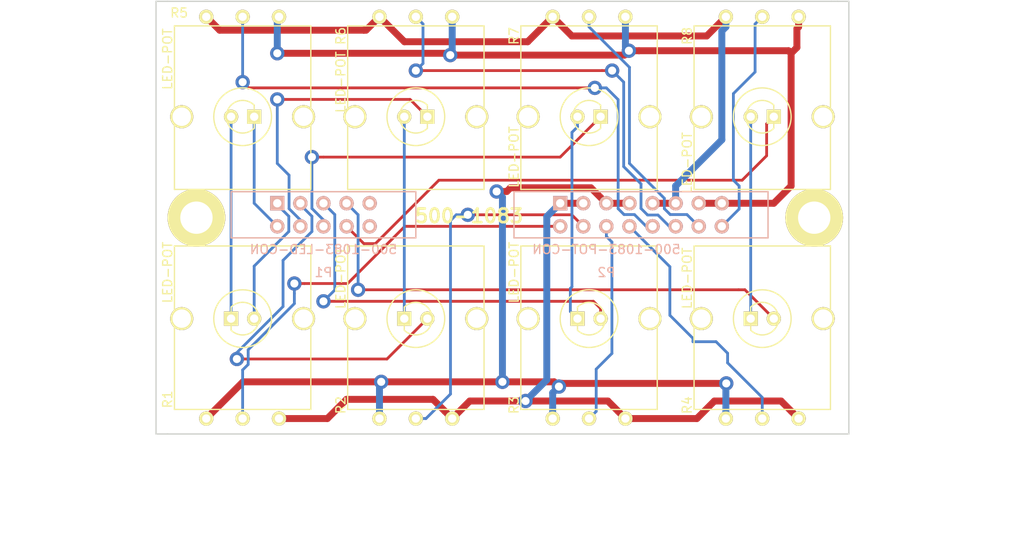
<source format=kicad_pcb>
(kicad_pcb (version 20171130) (host pcbnew "(5.0.0)")

  (general
    (thickness 1.6)
    (drawings 20)
    (tracks 227)
    (zones 0)
    (modules 12)
    (nets 27)
  )

  (page A4)
  (layers
    (0 F.Cu signal hide)
    (31 B.Cu signal hide)
    (32 B.Adhes user)
    (33 F.Adhes user)
    (34 B.Paste user)
    (35 F.Paste user)
    (36 B.SilkS user)
    (37 F.SilkS user)
    (38 B.Mask user)
    (39 F.Mask user)
    (40 Dwgs.User user)
    (41 Cmts.User user)
    (42 Eco1.User user)
    (43 Eco2.User user)
    (44 Edge.Cuts user)
    (45 Margin user)
    (46 B.CrtYd user)
    (47 F.CrtYd user)
    (48 B.Fab user)
    (49 F.Fab user)
  )

  (setup
    (last_trace_width 0.3048)
    (trace_clearance 0.3048)
    (zone_clearance 0.508)
    (zone_45_only no)
    (trace_min 0.2)
    (segment_width 0.2)
    (edge_width 0.15)
    (via_size 1.5748)
    (via_drill 0.889)
    (via_min_size 0.4)
    (via_min_drill 0.3)
    (uvia_size 0.3)
    (uvia_drill 0.1)
    (uvias_allowed no)
    (uvia_min_size 0.2)
    (uvia_min_drill 0.1)
    (pcb_text_width 0.3)
    (pcb_text_size 1.5 1.5)
    (mod_edge_width 0.15)
    (mod_text_size 1 1)
    (mod_text_width 0.15)
    (pad_size 1.5748 1.5748)
    (pad_drill 0.9144)
    (pad_to_mask_clearance 0.2)
    (aux_axis_origin 66.675 114.3)
    (visible_elements 7FFFEFFF)
    (pcbplotparams
      (layerselection 0x00030_80000001)
      (usegerberextensions false)
      (usegerberattributes false)
      (usegerberadvancedattributes false)
      (creategerberjobfile false)
      (excludeedgelayer true)
      (linewidth 0.100000)
      (plotframeref false)
      (viasonmask false)
      (mode 1)
      (useauxorigin false)
      (hpglpennumber 1)
      (hpglpenspeed 20)
      (hpglpendiameter 15.000000)
      (psnegative false)
      (psa4output false)
      (plotreference true)
      (plotvalue true)
      (plotinvisibletext false)
      (padsonsilk false)
      (subtractmaskfromsilk false)
      (outputformat 1)
      (mirror false)
      (drillshape 1)
      (scaleselection 1)
      (outputdirectory "Fab/"))
  )

  (net 0 "")
  (net 1 "Net-(P1-Pad1)")
  (net 2 "Net-(P1-Pad2)")
  (net 3 "Net-(P1-Pad3)")
  (net 4 "Net-(P1-Pad4)")
  (net 5 "Net-(P1-Pad5)")
  (net 6 "Net-(P1-Pad6)")
  (net 7 "Net-(P1-Pad7)")
  (net 8 "Net-(P1-Pad8)")
  (net 9 "Net-(P1-Pad9)")
  (net 10 "Net-(P1-Pad10)")
  (net 11 "Net-(P2-Pad2)")
  (net 12 "Net-(P2-Pad4)")
  (net 13 "Net-(P2-Pad6)")
  (net 14 "Net-(P2-Pad8)")
  (net 15 "Net-(P2-Pad10)")
  (net 16 "Net-(P2-Pad12)")
  (net 17 "Net-(P2-Pad14)")
  (net 18 "Net-(P2-Pad16)")
  (net 19 "Net-(R1-Pad4)")
  (net 20 "Net-(R2-Pad4)")
  (net 21 "Net-(R3-Pad4)")
  (net 22 "Net-(R4-Pad4)")
  (net 23 /LO1)
  (net 24 /HI1)
  (net 25 /L02)
  (net 26 /HI2)

  (net_class Default "This is the default net class."
    (clearance 0.3048)
    (trace_width 0.3048)
    (via_dia 1.5748)
    (via_drill 0.889)
    (uvia_dia 0.3)
    (uvia_drill 0.1)
    (add_net "Net-(P1-Pad1)")
    (add_net "Net-(P1-Pad10)")
    (add_net "Net-(P1-Pad2)")
    (add_net "Net-(P1-Pad3)")
    (add_net "Net-(P1-Pad4)")
    (add_net "Net-(P1-Pad5)")
    (add_net "Net-(P1-Pad6)")
    (add_net "Net-(P1-Pad7)")
    (add_net "Net-(P1-Pad8)")
    (add_net "Net-(P1-Pad9)")
    (add_net "Net-(P2-Pad10)")
    (add_net "Net-(P2-Pad12)")
    (add_net "Net-(P2-Pad14)")
    (add_net "Net-(P2-Pad16)")
    (add_net "Net-(P2-Pad2)")
    (add_net "Net-(P2-Pad4)")
    (add_net "Net-(P2-Pad6)")
    (add_net "Net-(P2-Pad8)")
    (add_net "Net-(R1-Pad4)")
    (add_net "Net-(R2-Pad4)")
    (add_net "Net-(R3-Pad4)")
    (add_net "Net-(R4-Pad4)")
  )

  (net_class Power ""
    (clearance 0.3048)
    (trace_width 0.762)
    (via_dia 1.5748)
    (via_drill 0.889)
    (uvia_dia 0.3)
    (uvia_drill 0.1)
    (add_net /HI1)
    (add_net /HI2)
    (add_net /L02)
    (add_net /LO1)
  )

  (module FootPrints:IDC5x2_Vert (layer B.Cu) (tedit 56F1A429) (tstamp 588FB9CA)
    (at 85.09 90.17 180)
    (path /587ACD70)
    (fp_text reference P1 (at 0 -6.35 180) (layer B.SilkS)
      (effects (font (size 1 1) (thickness 0.15)) (justify mirror))
    )
    (fp_text value 500-1083-LED-CON (at 0 -3.81 180) (layer B.SilkS)
      (effects (font (size 1 1) (thickness 0.15)) (justify mirror))
    )
    (fp_line (start 10.16 -2.54) (end -10.16 -2.54) (layer B.SilkS) (width 0.15))
    (fp_line (start 10.16 2.54) (end -10.16 2.54) (layer B.SilkS) (width 0.15))
    (fp_line (start -10.16 -2.54) (end -10.16 2.54) (layer B.SilkS) (width 0.15))
    (fp_line (start 10.16 2.54) (end 10.16 -2.54) (layer B.SilkS) (width 0.15))
    (pad 1 thru_hole rect (at 5.08 1.27 180) (size 1.5748 1.5748) (drill 0.9144) (layers *.Cu *.Mask B.SilkS)
      (net 1 "Net-(P1-Pad1)"))
    (pad 2 thru_hole circle (at 5.08 -1.27 180) (size 1.5748 1.5748) (drill 0.9144) (layers *.Cu *.Mask B.SilkS)
      (net 2 "Net-(P1-Pad2)"))
    (pad 3 thru_hole circle (at 2.54 1.27 180) (size 1.5748 1.5748) (drill 0.9144) (layers *.Cu *.Mask B.SilkS)
      (net 3 "Net-(P1-Pad3)"))
    (pad 4 thru_hole circle (at 2.54 -1.27 180) (size 1.5748 1.5748) (drill 0.9144) (layers *.Cu *.Mask B.SilkS)
      (net 4 "Net-(P1-Pad4)"))
    (pad 5 thru_hole circle (at 0 1.27 180) (size 1.5748 1.5748) (drill 0.9144) (layers *.Cu *.Mask B.SilkS)
      (net 5 "Net-(P1-Pad5)"))
    (pad 6 thru_hole circle (at 0 -1.27 180) (size 1.5748 1.5748) (drill 0.9144) (layers *.Cu *.Mask B.SilkS)
      (net 6 "Net-(P1-Pad6)"))
    (pad 7 thru_hole circle (at -2.54 1.27 180) (size 1.5748 1.5748) (drill 0.9144) (layers *.Cu *.Mask B.SilkS)
      (net 7 "Net-(P1-Pad7)"))
    (pad 8 thru_hole circle (at -2.54 -1.27 180) (size 1.5748 1.5748) (drill 0.9144) (layers *.Cu *.Mask B.SilkS)
      (net 8 "Net-(P1-Pad8)"))
    (pad 9 thru_hole circle (at -5.08 1.27 180) (size 1.5748 1.5748) (drill 0.9144) (layers *.Cu *.Mask B.SilkS)
      (net 9 "Net-(P1-Pad9)"))
    (pad 10 thru_hole circle (at -5.08 -1.27 180) (size 1.5748 1.5748) (drill 0.9144) (layers *.Cu *.Mask B.SilkS)
      (net 10 "Net-(P1-Pad10)"))
  )

  (module FootPrints:IDC8x2_Vert (layer B.Cu) (tedit 56F1A480) (tstamp 588FB9E3)
    (at 120.015 90.17 180)
    (path /589000B9)
    (fp_text reference P2 (at 3.81 -6.35 180) (layer B.SilkS)
      (effects (font (size 1 1) (thickness 0.15)) (justify mirror))
    )
    (fp_text value 500-1083-POT-CON (at 3.81 -3.81 180) (layer B.SilkS)
      (effects (font (size 1 1) (thickness 0.15)) (justify mirror))
    )
    (fp_line (start 10.16 -2.54) (end -13.97 -2.54) (layer B.SilkS) (width 0.15))
    (fp_line (start -13.97 -2.54) (end -13.97 2.54) (layer B.SilkS) (width 0.15))
    (fp_line (start -13.97 2.54) (end 13.97 2.54) (layer B.SilkS) (width 0.15))
    (fp_line (start 13.97 2.54) (end 13.97 -2.54) (layer B.SilkS) (width 0.15))
    (fp_line (start 13.97 -2.54) (end 10.16 -2.54) (layer B.SilkS) (width 0.15))
    (pad 1 thru_hole rect (at 8.89 1.27 180) (size 1.5748 1.5748) (drill 0.9144) (layers *.Cu *.Mask B.SilkS)
      (net 23 /LO1))
    (pad 2 thru_hole circle (at 8.89 -1.27 180) (size 1.5748 1.5748) (drill 0.9144) (layers *.Cu *.Mask B.SilkS)
      (net 11 "Net-(P2-Pad2)"))
    (pad 3 thru_hole circle (at 6.35 1.27 180) (size 1.5748 1.5748) (drill 0.9144) (layers *.Cu *.Mask B.SilkS)
      (net 23 /LO1))
    (pad 4 thru_hole circle (at 6.35 -1.27 180) (size 1.5748 1.5748) (drill 0.9144) (layers *.Cu *.Mask B.SilkS)
      (net 12 "Net-(P2-Pad4)"))
    (pad 5 thru_hole circle (at 3.81 1.27 180) (size 1.5748 1.5748) (drill 0.9144) (layers *.Cu *.Mask B.SilkS)
      (net 24 /HI1))
    (pad 6 thru_hole circle (at 3.81 -1.27 180) (size 1.5748 1.5748) (drill 0.9144) (layers *.Cu *.Mask B.SilkS)
      (net 13 "Net-(P2-Pad6)"))
    (pad 7 thru_hole circle (at 1.27 1.27 180) (size 1.5748 1.5748) (drill 0.9144) (layers *.Cu *.Mask B.SilkS)
      (net 24 /HI1))
    (pad 8 thru_hole circle (at 1.27 -1.27 180) (size 1.5748 1.5748) (drill 0.9144) (layers *.Cu *.Mask B.SilkS)
      (net 14 "Net-(P2-Pad8)"))
    (pad 9 thru_hole circle (at -1.27 1.27 180) (size 1.5748 1.5748) (drill 0.9144) (layers *.Cu *.Mask B.SilkS)
      (net 25 /L02))
    (pad 10 thru_hole circle (at -1.27 -1.27 180) (size 1.5748 1.5748) (drill 0.9144) (layers *.Cu *.Mask B.SilkS)
      (net 15 "Net-(P2-Pad10)"))
    (pad 11 thru_hole circle (at -3.81 1.27 180) (size 1.5748 1.5748) (drill 0.9144) (layers *.Cu *.Mask B.SilkS)
      (net 25 /L02))
    (pad 12 thru_hole circle (at -3.81 -1.27 180) (size 1.5748 1.5748) (drill 0.9144) (layers *.Cu *.Mask B.SilkS)
      (net 16 "Net-(P2-Pad12)"))
    (pad 13 thru_hole circle (at -6.35 1.27 180) (size 1.5748 1.5748) (drill 0.9144) (layers *.Cu *.Mask B.SilkS)
      (net 26 /HI2))
    (pad 14 thru_hole circle (at -6.35 -1.27 180) (size 1.5748 1.5748) (drill 0.9144) (layers *.Cu *.Mask B.SilkS)
      (net 17 "Net-(P2-Pad14)"))
    (pad 15 thru_hole circle (at -8.89 1.27 180) (size 1.5748 1.5748) (drill 0.9144) (layers *.Cu *.Mask B.SilkS)
      (net 26 /HI2))
    (pad 16 thru_hole circle (at -8.89 -1.27 180) (size 1.5748 1.5748) (drill 0.9144) (layers *.Cu *.Mask B.SilkS)
      (net 18 "Net-(P2-Pad16)"))
  )

  (module FootPrints:Alpha14mmPotWithLED (layer F.Cu) (tedit 58A2805E) (tstamp 588FB9F7)
    (at 76.2 101.6)
    (path /587AC3B5)
    (fp_text reference R1 (at -8.255 8.89 90) (layer F.SilkS)
      (effects (font (size 1 1) (thickness 0.15)))
    )
    (fp_text value LED-POT (at -8.255 -5.08 90) (layer F.SilkS)
      (effects (font (size 1 1) (thickness 0.15)))
    )
    (fp_arc (start 0 0) (end 1.27 1.27) (angle 90) (layer F.SilkS) (width 0.15))
    (fp_arc (start 0 0) (end 1.27 -1.27) (angle 90) (layer F.SilkS) (width 0.15))
    (fp_arc (start 0 0) (end -1.27 -1.27) (angle 90) (layer F.SilkS) (width 0.15))
    (fp_line (start -1.27 -1.27) (end -1.27 1.27) (layer F.SilkS) (width 0.15))
    (fp_circle (center 0 0) (end 3.175 0) (layer F.SilkS) (width 0.15))
    (fp_line (start -7.5 10) (end 7.5 10) (layer F.SilkS) (width 0.15))
    (fp_line (start 7.5 10) (end 7.5 -8) (layer F.SilkS) (width 0.15))
    (fp_line (start 7.5 -8) (end -7.5 -8) (layer F.SilkS) (width 0.15))
    (fp_line (start -7.5 -8) (end -7.5 10) (layer F.SilkS) (width 0.15))
    (pad "" thru_hole circle (at -6.7 0) (size 2.54 2.54) (drill 2.032) (layers *.Cu *.Mask F.SilkS))
    (pad "" thru_hole circle (at 6.7 0) (size 2.54 2.54) (drill 2.032) (layers *.Cu *.Mask F.SilkS))
    (pad 4 thru_hole rect (at -1.27 0) (size 1.5748 1.5748) (drill 0.9144) (layers *.Cu *.Mask F.SilkS)
      (net 19 "Net-(R1-Pad4)"))
    (pad 5 thru_hole circle (at 1.27 0) (size 1.5748 1.5748) (drill 0.9144) (layers *.Cu *.Mask F.SilkS)
      (net 1 "Net-(P1-Pad1)"))
    (pad 2 thru_hole circle (at 0 11) (size 1.5748 1.5748) (drill 0.9144) (layers *.Cu *.Mask F.SilkS)
      (net 11 "Net-(P2-Pad2)"))
    (pad 3 thru_hole circle (at 4 11) (size 1.5748 1.5748) (drill 0.9144) (layers *.Cu *.Mask F.SilkS)
      (net 23 /LO1))
    (pad 1 thru_hole circle (at -4 11) (size 1.5748 1.5748) (drill 0.9144) (layers *.Cu *.Mask F.SilkS)
      (net 24 /HI1))
  )

  (module FootPrints:Alpha14mmPotWithLED (layer F.Cu) (tedit 58A2806F) (tstamp 588FBA0B)
    (at 95.25 101.6)
    (path /587AC402)
    (fp_text reference R2 (at -8.255 9.525 90) (layer F.SilkS)
      (effects (font (size 1 1) (thickness 0.15)))
    )
    (fp_text value LED-POT (at -8.255 -4.445 90) (layer F.SilkS)
      (effects (font (size 1 1) (thickness 0.15)))
    )
    (fp_arc (start 0 0) (end 1.27 1.27) (angle 90) (layer F.SilkS) (width 0.15))
    (fp_arc (start 0 0) (end 1.27 -1.27) (angle 90) (layer F.SilkS) (width 0.15))
    (fp_arc (start 0 0) (end -1.27 -1.27) (angle 90) (layer F.SilkS) (width 0.15))
    (fp_line (start -1.27 -1.27) (end -1.27 1.27) (layer F.SilkS) (width 0.15))
    (fp_circle (center 0 0) (end 3.175 0) (layer F.SilkS) (width 0.15))
    (fp_line (start -7.5 10) (end 7.5 10) (layer F.SilkS) (width 0.15))
    (fp_line (start 7.5 10) (end 7.5 -8) (layer F.SilkS) (width 0.15))
    (fp_line (start 7.5 -8) (end -7.5 -8) (layer F.SilkS) (width 0.15))
    (fp_line (start -7.5 -8) (end -7.5 10) (layer F.SilkS) (width 0.15))
    (pad "" thru_hole circle (at -6.7 0) (size 2.54 2.54) (drill 2.032) (layers *.Cu *.Mask F.SilkS))
    (pad "" thru_hole circle (at 6.7 0) (size 2.54 2.54) (drill 2.032) (layers *.Cu *.Mask F.SilkS))
    (pad 4 thru_hole rect (at -1.27 0) (size 1.5748 1.5748) (drill 0.9144) (layers *.Cu *.Mask F.SilkS)
      (net 20 "Net-(R2-Pad4)"))
    (pad 5 thru_hole circle (at 1.27 0) (size 1.5748 1.5748) (drill 0.9144) (layers *.Cu *.Mask F.SilkS)
      (net 3 "Net-(P1-Pad3)"))
    (pad 2 thru_hole circle (at 0 11) (size 1.5748 1.5748) (drill 0.9144) (layers *.Cu *.Mask F.SilkS)
      (net 12 "Net-(P2-Pad4)"))
    (pad 3 thru_hole circle (at 4 11) (size 1.5748 1.5748) (drill 0.9144) (layers *.Cu *.Mask F.SilkS)
      (net 23 /LO1))
    (pad 1 thru_hole circle (at -4 11) (size 1.5748 1.5748) (drill 0.9144) (layers *.Cu *.Mask F.SilkS)
      (net 24 /HI1))
  )

  (module FootPrints:Alpha14mmPotWithLED (layer F.Cu) (tedit 58A28085) (tstamp 588FBA1F)
    (at 114.3 101.6)
    (path /587AC434)
    (fp_text reference R3 (at -8.255 9.525 90) (layer F.SilkS)
      (effects (font (size 1 1) (thickness 0.15)))
    )
    (fp_text value LED-POT (at -8.255 -5.08 90) (layer F.SilkS)
      (effects (font (size 1 1) (thickness 0.15)))
    )
    (fp_arc (start 0 0) (end 1.27 1.27) (angle 90) (layer F.SilkS) (width 0.15))
    (fp_arc (start 0 0) (end 1.27 -1.27) (angle 90) (layer F.SilkS) (width 0.15))
    (fp_arc (start 0 0) (end -1.27 -1.27) (angle 90) (layer F.SilkS) (width 0.15))
    (fp_line (start -1.27 -1.27) (end -1.27 1.27) (layer F.SilkS) (width 0.15))
    (fp_circle (center 0 0) (end 3.175 0) (layer F.SilkS) (width 0.15))
    (fp_line (start -7.5 10) (end 7.5 10) (layer F.SilkS) (width 0.15))
    (fp_line (start 7.5 10) (end 7.5 -8) (layer F.SilkS) (width 0.15))
    (fp_line (start 7.5 -8) (end -7.5 -8) (layer F.SilkS) (width 0.15))
    (fp_line (start -7.5 -8) (end -7.5 10) (layer F.SilkS) (width 0.15))
    (pad "" thru_hole circle (at -6.7 0) (size 2.54 2.54) (drill 2.032) (layers *.Cu *.Mask F.SilkS))
    (pad "" thru_hole circle (at 6.7 0) (size 2.54 2.54) (drill 2.032) (layers *.Cu *.Mask F.SilkS))
    (pad 4 thru_hole rect (at -1.27 0) (size 1.5748 1.5748) (drill 0.9144) (layers *.Cu *.Mask F.SilkS)
      (net 21 "Net-(R3-Pad4)"))
    (pad 5 thru_hole circle (at 1.27 0) (size 1.5748 1.5748) (drill 0.9144) (layers *.Cu *.Mask F.SilkS)
      (net 5 "Net-(P1-Pad5)"))
    (pad 2 thru_hole circle (at 0 11) (size 1.5748 1.5748) (drill 0.9144) (layers *.Cu *.Mask F.SilkS)
      (net 13 "Net-(P2-Pad6)"))
    (pad 3 thru_hole circle (at 4 11) (size 1.5748 1.5748) (drill 0.9144) (layers *.Cu *.Mask F.SilkS)
      (net 23 /LO1))
    (pad 1 thru_hole circle (at -4 11) (size 1.5748 1.5748) (drill 0.9144) (layers *.Cu *.Mask F.SilkS)
      (net 24 /HI1))
  )

  (module FootPrints:Alpha14mmPotWithLED (layer F.Cu) (tedit 58A28093) (tstamp 588FBA33)
    (at 133.35 101.6)
    (path /587AC471)
    (fp_text reference R4 (at -8.255 9.525 90) (layer F.SilkS)
      (effects (font (size 1 1) (thickness 0.15)))
    )
    (fp_text value LED-POT (at -8.255 -4.445 90) (layer F.SilkS)
      (effects (font (size 1 1) (thickness 0.15)))
    )
    (fp_arc (start 0 0) (end 1.27 1.27) (angle 90) (layer F.SilkS) (width 0.15))
    (fp_arc (start 0 0) (end 1.27 -1.27) (angle 90) (layer F.SilkS) (width 0.15))
    (fp_arc (start 0 0) (end -1.27 -1.27) (angle 90) (layer F.SilkS) (width 0.15))
    (fp_line (start -1.27 -1.27) (end -1.27 1.27) (layer F.SilkS) (width 0.15))
    (fp_circle (center 0 0) (end 3.175 0) (layer F.SilkS) (width 0.15))
    (fp_line (start -7.5 10) (end 7.5 10) (layer F.SilkS) (width 0.15))
    (fp_line (start 7.5 10) (end 7.5 -8) (layer F.SilkS) (width 0.15))
    (fp_line (start 7.5 -8) (end -7.5 -8) (layer F.SilkS) (width 0.15))
    (fp_line (start -7.5 -8) (end -7.5 10) (layer F.SilkS) (width 0.15))
    (pad "" thru_hole circle (at -6.7 0) (size 2.54 2.54) (drill 2.032) (layers *.Cu *.Mask F.SilkS))
    (pad "" thru_hole circle (at 6.7 0) (size 2.54 2.54) (drill 2.032) (layers *.Cu *.Mask F.SilkS))
    (pad 4 thru_hole rect (at -1.27 0) (size 1.5748 1.5748) (drill 0.9144) (layers *.Cu *.Mask F.SilkS)
      (net 22 "Net-(R4-Pad4)"))
    (pad 5 thru_hole circle (at 1.27 0) (size 1.5748 1.5748) (drill 0.9144) (layers *.Cu *.Mask F.SilkS)
      (net 7 "Net-(P1-Pad7)"))
    (pad 2 thru_hole circle (at 0 11) (size 1.5748 1.5748) (drill 0.9144) (layers *.Cu *.Mask F.SilkS)
      (net 14 "Net-(P2-Pad8)"))
    (pad 3 thru_hole circle (at 4 11) (size 1.5748 1.5748) (drill 0.9144) (layers *.Cu *.Mask F.SilkS)
      (net 23 /LO1))
    (pad 1 thru_hole circle (at -4 11) (size 1.5748 1.5748) (drill 0.9144) (layers *.Cu *.Mask F.SilkS)
      (net 24 /HI1))
  )

  (module FootPrints:Alpha14mmPotWithLED (layer F.Cu) (tedit 58A2804B) (tstamp 588FF279)
    (at 76.2 79.375 180)
    (path /588FB851)
    (fp_text reference R5 (at 6.985 11.43 180) (layer F.SilkS)
      (effects (font (size 1 1) (thickness 0.15)))
    )
    (fp_text value LED-POT (at 8.255 6.35 270) (layer F.SilkS)
      (effects (font (size 1 1) (thickness 0.15)))
    )
    (fp_arc (start 0 0) (end 1.27 1.27) (angle 90) (layer F.SilkS) (width 0.15))
    (fp_arc (start 0 0) (end 1.27 -1.27) (angle 90) (layer F.SilkS) (width 0.15))
    (fp_arc (start 0 0) (end -1.27 -1.27) (angle 90) (layer F.SilkS) (width 0.15))
    (fp_line (start -1.27 -1.27) (end -1.27 1.27) (layer F.SilkS) (width 0.15))
    (fp_circle (center 0 0) (end 3.175 0) (layer F.SilkS) (width 0.15))
    (fp_line (start -7.5 10) (end 7.5 10) (layer F.SilkS) (width 0.15))
    (fp_line (start 7.5 10) (end 7.5 -8) (layer F.SilkS) (width 0.15))
    (fp_line (start 7.5 -8) (end -7.5 -8) (layer F.SilkS) (width 0.15))
    (fp_line (start -7.5 -8) (end -7.5 10) (layer F.SilkS) (width 0.15))
    (pad "" thru_hole circle (at -6.7 0 180) (size 2.54 2.54) (drill 2.032) (layers *.Cu *.Mask F.SilkS))
    (pad "" thru_hole circle (at 6.7 0 180) (size 2.54 2.54) (drill 2.032) (layers *.Cu *.Mask F.SilkS))
    (pad 4 thru_hole rect (at -1.27 0 180) (size 1.5748 1.5748) (drill 0.9144) (layers *.Cu *.Mask F.SilkS)
      (net 2 "Net-(P1-Pad2)"))
    (pad 5 thru_hole circle (at 1.27 0 180) (size 1.5748 1.5748) (drill 0.9144) (layers *.Cu *.Mask F.SilkS)
      (net 19 "Net-(R1-Pad4)"))
    (pad 2 thru_hole circle (at 0 11 180) (size 1.5748 1.5748) (drill 0.9144) (layers *.Cu *.Mask F.SilkS)
      (net 15 "Net-(P2-Pad10)"))
    (pad 3 thru_hole circle (at 4 11 180) (size 1.5748 1.5748) (drill 0.9144) (layers *.Cu *.Mask F.SilkS)
      (net 25 /L02))
    (pad 1 thru_hole circle (at -4 11 180) (size 1.5748 1.5748) (drill 0.9144) (layers *.Cu *.Mask F.SilkS)
      (net 26 /HI2))
  )

  (module FootPrints:Alpha14mmPotWithLED (layer F.Cu) (tedit 58A28036) (tstamp 588FF28D)
    (at 95.25 79.375 180)
    (path /588FB857)
    (fp_text reference R6 (at 8.255 8.89 270) (layer F.SilkS)
      (effects (font (size 1 1) (thickness 0.15)))
    )
    (fp_text value LED-POT (at 8.255 3.81 270) (layer F.SilkS)
      (effects (font (size 1 1) (thickness 0.15)))
    )
    (fp_arc (start 0 0) (end 1.27 1.27) (angle 90) (layer F.SilkS) (width 0.15))
    (fp_arc (start 0 0) (end 1.27 -1.27) (angle 90) (layer F.SilkS) (width 0.15))
    (fp_arc (start 0 0) (end -1.27 -1.27) (angle 90) (layer F.SilkS) (width 0.15))
    (fp_line (start -1.27 -1.27) (end -1.27 1.27) (layer F.SilkS) (width 0.15))
    (fp_circle (center 0 0) (end 3.175 0) (layer F.SilkS) (width 0.15))
    (fp_line (start -7.5 10) (end 7.5 10) (layer F.SilkS) (width 0.15))
    (fp_line (start 7.5 10) (end 7.5 -8) (layer F.SilkS) (width 0.15))
    (fp_line (start 7.5 -8) (end -7.5 -8) (layer F.SilkS) (width 0.15))
    (fp_line (start -7.5 -8) (end -7.5 10) (layer F.SilkS) (width 0.15))
    (pad "" thru_hole circle (at -6.7 0 180) (size 2.54 2.54) (drill 2.032) (layers *.Cu *.Mask F.SilkS))
    (pad "" thru_hole circle (at 6.7 0 180) (size 2.54 2.54) (drill 2.032) (layers *.Cu *.Mask F.SilkS))
    (pad 4 thru_hole rect (at -1.27 0 180) (size 1.5748 1.5748) (drill 0.9144) (layers *.Cu *.Mask F.SilkS)
      (net 4 "Net-(P1-Pad4)"))
    (pad 5 thru_hole circle (at 1.27 0 180) (size 1.5748 1.5748) (drill 0.9144) (layers *.Cu *.Mask F.SilkS)
      (net 20 "Net-(R2-Pad4)"))
    (pad 2 thru_hole circle (at 0 11 180) (size 1.5748 1.5748) (drill 0.9144) (layers *.Cu *.Mask F.SilkS)
      (net 16 "Net-(P2-Pad12)"))
    (pad 3 thru_hole circle (at 4 11 180) (size 1.5748 1.5748) (drill 0.9144) (layers *.Cu *.Mask F.SilkS)
      (net 25 /L02))
    (pad 1 thru_hole circle (at -4 11 180) (size 1.5748 1.5748) (drill 0.9144) (layers *.Cu *.Mask F.SilkS)
      (net 26 /HI2))
  )

  (module FootPrints:Alpha14mmPotWithLED (layer F.Cu) (tedit 58A2801F) (tstamp 588FF2A1)
    (at 114.3 79.375 180)
    (path /588FB85D)
    (fp_text reference R7 (at 8.255 8.89 270) (layer F.SilkS)
      (effects (font (size 1 1) (thickness 0.15)))
    )
    (fp_text value LED-POT (at 8.255 -4.445 270) (layer F.SilkS)
      (effects (font (size 1 1) (thickness 0.15)))
    )
    (fp_arc (start 0 0) (end 1.27 1.27) (angle 90) (layer F.SilkS) (width 0.15))
    (fp_arc (start 0 0) (end 1.27 -1.27) (angle 90) (layer F.SilkS) (width 0.15))
    (fp_arc (start 0 0) (end -1.27 -1.27) (angle 90) (layer F.SilkS) (width 0.15))
    (fp_line (start -1.27 -1.27) (end -1.27 1.27) (layer F.SilkS) (width 0.15))
    (fp_circle (center 0 0) (end 3.175 0) (layer F.SilkS) (width 0.15))
    (fp_line (start -7.5 10) (end 7.5 10) (layer F.SilkS) (width 0.15))
    (fp_line (start 7.5 10) (end 7.5 -8) (layer F.SilkS) (width 0.15))
    (fp_line (start 7.5 -8) (end -7.5 -8) (layer F.SilkS) (width 0.15))
    (fp_line (start -7.5 -8) (end -7.5 10) (layer F.SilkS) (width 0.15))
    (pad "" thru_hole circle (at -6.7 0 180) (size 2.54 2.54) (drill 2.032) (layers *.Cu *.Mask F.SilkS))
    (pad "" thru_hole circle (at 6.7 0 180) (size 2.54 2.54) (drill 2.032) (layers *.Cu *.Mask F.SilkS))
    (pad 4 thru_hole rect (at -1.27 0 180) (size 1.5748 1.5748) (drill 0.9144) (layers *.Cu *.Mask F.SilkS)
      (net 6 "Net-(P1-Pad6)"))
    (pad 5 thru_hole circle (at 1.27 0 180) (size 1.5748 1.5748) (drill 0.9144) (layers *.Cu *.Mask F.SilkS)
      (net 21 "Net-(R3-Pad4)"))
    (pad 2 thru_hole circle (at 0 11 180) (size 1.5748 1.5748) (drill 0.9144) (layers *.Cu *.Mask F.SilkS)
      (net 17 "Net-(P2-Pad14)"))
    (pad 3 thru_hole circle (at 4 11 180) (size 1.5748 1.5748) (drill 0.9144) (layers *.Cu *.Mask F.SilkS)
      (net 25 /L02))
    (pad 1 thru_hole circle (at -4 11 180) (size 1.5748 1.5748) (drill 0.9144) (layers *.Cu *.Mask F.SilkS)
      (net 26 /HI2))
  )

  (module FootPrints:Alpha14mmPotWithLED (layer F.Cu) (tedit 58A28009) (tstamp 588FF2B5)
    (at 133.35 79.375 180)
    (path /588FB863)
    (fp_text reference R8 (at 8.255 8.89 270) (layer F.SilkS)
      (effects (font (size 1 1) (thickness 0.15)))
    )
    (fp_text value LED-POT (at 8.255 -5.08 270) (layer F.SilkS)
      (effects (font (size 1 1) (thickness 0.15)))
    )
    (fp_arc (start 0 0) (end 1.27 1.27) (angle 90) (layer F.SilkS) (width 0.15))
    (fp_arc (start 0 0) (end 1.27 -1.27) (angle 90) (layer F.SilkS) (width 0.15))
    (fp_arc (start 0 0) (end -1.27 -1.27) (angle 90) (layer F.SilkS) (width 0.15))
    (fp_line (start -1.27 -1.27) (end -1.27 1.27) (layer F.SilkS) (width 0.15))
    (fp_circle (center 0 0) (end 3.175 0) (layer F.SilkS) (width 0.15))
    (fp_line (start -7.5 10) (end 7.5 10) (layer F.SilkS) (width 0.15))
    (fp_line (start 7.5 10) (end 7.5 -8) (layer F.SilkS) (width 0.15))
    (fp_line (start 7.5 -8) (end -7.5 -8) (layer F.SilkS) (width 0.15))
    (fp_line (start -7.5 -8) (end -7.5 10) (layer F.SilkS) (width 0.15))
    (pad "" thru_hole circle (at -6.7 0 180) (size 2.54 2.54) (drill 2.032) (layers *.Cu *.Mask F.SilkS))
    (pad "" thru_hole circle (at 6.7 0 180) (size 2.54 2.54) (drill 2.032) (layers *.Cu *.Mask F.SilkS))
    (pad 4 thru_hole rect (at -1.27 0 180) (size 1.5748 1.5748) (drill 0.9144) (layers *.Cu *.Mask F.SilkS)
      (net 8 "Net-(P1-Pad8)"))
    (pad 5 thru_hole circle (at 1.27 0 180) (size 1.5748 1.5748) (drill 0.9144) (layers *.Cu *.Mask F.SilkS)
      (net 22 "Net-(R4-Pad4)"))
    (pad 2 thru_hole circle (at 0 11 180) (size 1.5748 1.5748) (drill 0.9144) (layers *.Cu *.Mask F.SilkS)
      (net 18 "Net-(P2-Pad16)"))
    (pad 3 thru_hole circle (at 4 11 180) (size 1.5748 1.5748) (drill 0.9144) (layers *.Cu *.Mask F.SilkS)
      (net 25 /L02))
    (pad 1 thru_hole circle (at -4 11 180) (size 1.5748 1.5748) (drill 0.9144) (layers *.Cu *.Mask F.SilkS)
      (net 26 /HI2))
  )

  (module FootPrints:MountingHole_140 (layer F.Cu) (tedit 5890059C) (tstamp 588FFE5D)
    (at 71.12 90.805)
    (path /58901999)
    (fp_text reference P3 (at 3.81 3.81) (layer F.SilkS) hide
      (effects (font (size 1 1) (thickness 0.15)))
    )
    (fp_text value PAD (at 0 5.08) (layer F.SilkS) hide
      (effects (font (size 1 1) (thickness 0.15)))
    )
    (pad "" thru_hole circle (at 0 -0.3175) (size 6.35 6.35) (drill 3.556) (layers *.Cu *.Mask F.SilkS))
  )

  (module FootPrints:MountingHole_140 (layer F.Cu) (tedit 588FFC82) (tstamp 588FFE62)
    (at 139.065 90.17)
    (path /58901CB3)
    (fp_text reference P4 (at 3.81 3.81) (layer F.SilkS) hide
      (effects (font (size 1 1) (thickness 0.15)))
    )
    (fp_text value PAD (at 0 5.08) (layer F.SilkS) hide
      (effects (font (size 1 1) (thickness 0.15)))
    )
    (pad "" thru_hole circle (at 0 0.3175) (size 6.35 6.35) (drill 3.556) (layers *.Cu *.Mask F.SilkS))
  )

  (gr_text 500-1083 (at 101.092 90.297) (layer F.SilkS)
    (effects (font (size 1.5 1.5) (thickness 0.3)))
  )
  (dimension 23.495 (width 0.3) (layer F.Fab)
    (gr_text "0.9375 in" (at 60.245 102.5525 270) (layer F.Fab)
      (effects (font (size 1.5 1.5) (thickness 0.3)))
    )
    (feature1 (pts (xy 64.135 114.3) (xy 58.895 114.3)))
    (feature2 (pts (xy 64.135 90.805) (xy 58.895 90.805)))
    (crossbar (pts (xy 61.595 90.805) (xy 61.595 114.3)))
    (arrow1a (pts (xy 61.595 114.3) (xy 61.008579 113.173496)))
    (arrow1b (pts (xy 61.595 114.3) (xy 62.181421 113.173496)))
    (arrow2a (pts (xy 61.595 90.805) (xy 61.008579 91.931504)))
    (arrow2b (pts (xy 61.595 90.805) (xy 62.181421 91.931504)))
  )
  (dimension 47.625 (width 0.3) (layer F.Fab)
    (gr_text "1.8750 in" (at 55.8 90.4875 270) (layer F.Fab)
      (effects (font (size 1.5 1.5) (thickness 0.3)))
    )
    (feature1 (pts (xy 66.04 114.3) (xy 54.45 114.3)))
    (feature2 (pts (xy 66.04 66.675) (xy 54.45 66.675)))
    (crossbar (pts (xy 57.15 66.675) (xy 57.15 114.3)))
    (arrow1a (pts (xy 57.15 114.3) (xy 56.563579 113.173496)))
    (arrow1b (pts (xy 57.15 114.3) (xy 57.736421 113.173496)))
    (arrow2a (pts (xy 57.15 66.675) (xy 56.563579 67.801504)))
    (arrow2b (pts (xy 57.15 66.675) (xy 57.736421 67.801504)))
  )
  (dimension 76.2 (width 0.3) (layer F.Fab)
    (gr_text "3.0000 in" (at 104.775 127.715) (layer F.Fab)
      (effects (font (size 1.5 1.5) (thickness 0.3)))
    )
    (feature1 (pts (xy 142.875 115.57) (xy 142.875 129.065)))
    (feature2 (pts (xy 66.675 115.57) (xy 66.675 129.065)))
    (crossbar (pts (xy 66.675 126.365) (xy 142.875 126.365)))
    (arrow1a (pts (xy 142.875 126.365) (xy 141.748496 126.951421)))
    (arrow1b (pts (xy 142.875 126.365) (xy 141.748496 125.778579)))
    (arrow2a (pts (xy 66.675 126.365) (xy 67.801504 126.951421)))
    (arrow2b (pts (xy 66.675 126.365) (xy 67.801504 125.778579)))
  )
  (dimension 9.525 (width 0.3) (layer F.Fab)
    (gr_text "0.3750 in" (at 138.1125 120.73) (layer F.Fab)
      (effects (font (size 1.5 1.5) (thickness 0.3)))
    )
    (feature1 (pts (xy 142.875 115.57) (xy 142.875 122.08)))
    (feature2 (pts (xy 133.35 115.57) (xy 133.35 122.08)))
    (crossbar (pts (xy 133.35 119.38) (xy 142.875 119.38)))
    (arrow1a (pts (xy 142.875 119.38) (xy 141.748496 119.966421)))
    (arrow1b (pts (xy 142.875 119.38) (xy 141.748496 118.793579)))
    (arrow2a (pts (xy 133.35 119.38) (xy 134.476504 119.966421)))
    (arrow2b (pts (xy 133.35 119.38) (xy 134.476504 118.793579)))
  )
  (dimension 19.05 (width 0.3) (layer F.Fab)
    (gr_text "0.7500 in" (at 123.825 120.73) (layer F.Fab)
      (effects (font (size 1.5 1.5) (thickness 0.3)))
    )
    (feature1 (pts (xy 133.35 115.57) (xy 133.35 122.08)))
    (feature2 (pts (xy 114.3 115.57) (xy 114.3 122.08)))
    (crossbar (pts (xy 114.3 119.38) (xy 133.35 119.38)))
    (arrow1a (pts (xy 133.35 119.38) (xy 132.223496 119.966421)))
    (arrow1b (pts (xy 133.35 119.38) (xy 132.223496 118.793579)))
    (arrow2a (pts (xy 114.3 119.38) (xy 115.426504 119.966421)))
    (arrow2b (pts (xy 114.3 119.38) (xy 115.426504 118.793579)))
  )
  (dimension 19.05 (width 0.3) (layer F.Fab)
    (gr_text "0.7500 in" (at 104.775 120.73) (layer F.Fab)
      (effects (font (size 1.5 1.5) (thickness 0.3)))
    )
    (feature1 (pts (xy 114.3 115.57) (xy 114.3 122.08)))
    (feature2 (pts (xy 95.25 115.57) (xy 95.25 122.08)))
    (crossbar (pts (xy 95.25 119.38) (xy 114.3 119.38)))
    (arrow1a (pts (xy 114.3 119.38) (xy 113.173496 119.966421)))
    (arrow1b (pts (xy 114.3 119.38) (xy 113.173496 118.793579)))
    (arrow2a (pts (xy 95.25 119.38) (xy 96.376504 119.966421)))
    (arrow2b (pts (xy 95.25 119.38) (xy 96.376504 118.793579)))
  )
  (dimension 9.525 (width 0.3) (layer F.Fab)
    (gr_text "0.3750 in" (at 71.4375 120.73) (layer F.Fab)
      (effects (font (size 1.5 1.5) (thickness 0.3)))
    )
    (feature1 (pts (xy 76.2 115.57) (xy 76.2 122.08)))
    (feature2 (pts (xy 66.675 115.57) (xy 66.675 122.08)))
    (crossbar (pts (xy 66.675 119.38) (xy 76.2 119.38)))
    (arrow1a (pts (xy 76.2 119.38) (xy 75.073496 119.966421)))
    (arrow1b (pts (xy 76.2 119.38) (xy 75.073496 118.793579)))
    (arrow2a (pts (xy 66.675 119.38) (xy 67.801504 119.966421)))
    (arrow2b (pts (xy 66.675 119.38) (xy 67.801504 118.793579)))
  )
  (gr_line (start 66.675 66.675) (end 67.945 66.675) (angle 90) (layer Edge.Cuts) (width 0.15))
  (gr_line (start 66.675 114.3) (end 67.945 114.3) (angle 90) (layer Edge.Cuts) (width 0.15))
  (gr_line (start 142.875 114.3) (end 67.945 114.3) (angle 90) (layer Edge.Cuts) (width 0.15))
  (gr_line (start 142.875 114.3) (end 142.875 66.675) (angle 90) (layer Edge.Cuts) (width 0.15))
  (gr_line (start 66.675 66.675) (end 66.675 114.3) (angle 90) (layer Edge.Cuts) (width 0.15))
  (dimension 19.05 (width 0.3) (layer F.Fab)
    (gr_text "0.7500 in" (at 85.725 120.73) (layer F.Fab)
      (effects (font (size 1.5 1.5) (thickness 0.3)))
    )
    (feature1 (pts (xy 95.25 115.57) (xy 95.25 122.08)))
    (feature2 (pts (xy 76.2 115.57) (xy 76.2 122.08)))
    (crossbar (pts (xy 76.2 119.38) (xy 95.25 119.38)))
    (arrow1a (pts (xy 95.25 119.38) (xy 94.123496 119.966421)))
    (arrow1b (pts (xy 95.25 119.38) (xy 94.123496 118.793579)))
    (arrow2a (pts (xy 76.2 119.38) (xy 77.326504 119.966421)))
    (arrow2b (pts (xy 76.2 119.38) (xy 77.326504 118.793579)))
  )
  (gr_line (start 141.605 66.675) (end 142.875 66.675) (angle 90) (layer Edge.Cuts) (width 0.15))
  (gr_line (start 140.97 66.675) (end 141.605 66.675) (angle 90) (layer Edge.Cuts) (width 0.15))
  (gr_line (start 67.945 66.675) (end 140.97 66.675) (angle 90) (layer Edge.Cuts) (width 0.15))
  (dimension 12.7 (width 0.3) (layer F.Fab)
    (gr_text "0.5000 in" (at 159.465 73.025 90) (layer F.Fab)
      (effects (font (size 1.5 1.5) (thickness 0.3)))
    )
    (feature1 (pts (xy 146.05 66.675) (xy 160.815 66.675)))
    (feature2 (pts (xy 146.05 79.375) (xy 160.815 79.375)))
    (crossbar (pts (xy 158.115 79.375) (xy 158.115 66.675)))
    (arrow1a (pts (xy 158.115 66.675) (xy 158.701421 67.801504)))
    (arrow1b (pts (xy 158.115 66.675) (xy 157.528579 67.801504)))
    (arrow2a (pts (xy 158.115 79.375) (xy 158.701421 78.248496)))
    (arrow2b (pts (xy 158.115 79.375) (xy 157.528579 78.248496)))
  )
  (dimension 12.7 (width 0.3) (layer F.Fab)
    (gr_text "0.5000 in" (at 156.925 107.95 270) (layer F.Fab)
      (effects (font (size 1.5 1.5) (thickness 0.3)))
    )
    (feature1 (pts (xy 146.05 114.3) (xy 158.275 114.3)))
    (feature2 (pts (xy 146.05 101.6) (xy 158.275 101.6)))
    (crossbar (pts (xy 155.575 101.6) (xy 155.575 114.3)))
    (arrow1a (pts (xy 155.575 114.3) (xy 154.988579 113.173496)))
    (arrow1b (pts (xy 155.575 114.3) (xy 156.161421 113.173496)))
    (arrow2a (pts (xy 155.575 101.6) (xy 154.988579 102.726504)))
    (arrow2b (pts (xy 155.575 101.6) (xy 156.161421 102.726504)))
  )
  (dimension 22.225 (width 0.3) (layer F.Fab)
    (gr_text "0.8750 in" (at 151.845 90.4875 90) (layer F.Fab)
      (effects (font (size 1.5 1.5) (thickness 0.3)))
    )
    (feature1 (pts (xy 146.05 79.375) (xy 153.195 79.375)))
    (feature2 (pts (xy 146.05 101.6) (xy 153.195 101.6)))
    (crossbar (pts (xy 150.495 101.6) (xy 150.495 79.375)))
    (arrow1a (pts (xy 150.495 79.375) (xy 151.081421 80.501504)))
    (arrow1b (pts (xy 150.495 79.375) (xy 149.908579 80.501504)))
    (arrow2a (pts (xy 150.495 101.6) (xy 151.081421 100.473496)))
    (arrow2b (pts (xy 150.495 101.6) (xy 149.908579 100.473496)))
  )

  (segment (start 80.01 89.06413) (end 80.01 88.9) (width 0.3048) (layer B.Cu) (net 1))
  (segment (start 77.47 95.82201) (end 81.28 92.01201) (width 0.3048) (layer B.Cu) (net 1))
  (segment (start 77.47 101.6) (end 77.47 95.82201) (width 0.3048) (layer B.Cu) (net 1))
  (segment (start 81.28 92.01201) (end 81.28 90.33413) (width 0.3048) (layer B.Cu) (net 1))
  (segment (start 81.28 90.33413) (end 80.01 89.06413) (width 0.3048) (layer B.Cu) (net 1))
  (segment (start 77.47 79.375) (end 77.47 88.9) (width 0.3048) (layer B.Cu) (net 2))
  (segment (start 77.47 88.9) (end 80.01 91.44) (width 0.3048) (layer B.Cu) (net 2))
  (segment (start 82.55 89.06413) (end 82.55 88.9) (width 0.3048) (layer B.Cu) (net 3))
  (segment (start 83.82 90.33413) (end 82.55 89.06413) (width 0.3048) (layer B.Cu) (net 3))
  (segment (start 83.82 92.01201) (end 83.82 90.33413) (width 0.3048) (layer B.Cu) (net 3))
  (segment (start 80.645 95.18701) (end 83.82 92.01201) (width 0.3048) (layer B.Cu) (net 3))
  (segment (start 75.565 106.045) (end 75.565 105.34701) (width 0.3048) (layer B.Cu) (net 3))
  (segment (start 80.645 100.26701) (end 80.645 95.18701) (width 0.3048) (layer B.Cu) (net 3))
  (segment (start 75.565 105.34701) (end 80.645 100.26701) (width 0.3048) (layer B.Cu) (net 3))
  (segment (start 93.345 104.775) (end 92.075 106.045) (width 0.3048) (layer F.Cu) (net 3))
  (segment (start 92.075 106.045) (end 75.565 106.045) (width 0.3048) (layer F.Cu) (net 3))
  (via (at 75.565 106.045) (size 1.5748) (drill 0.889) (layers F.Cu B.Cu) (net 3))
  (segment (start 96.52 101.6) (end 93.345 104.775) (width 0.3048) (layer F.Cu) (net 3))
  (segment (start 80.01 77.47) (end 94.615 77.47) (width 0.3048) (layer F.Cu) (net 4))
  (segment (start 94.615 77.47) (end 96.52 79.375) (width 0.3048) (layer F.Cu) (net 4))
  (via (at 80.01 77.47) (size 1.5748) (drill 0.889) (layers F.Cu B.Cu) (net 4))
  (segment (start 80.01 84.51799) (end 80.01 77.47) (width 0.3048) (layer B.Cu) (net 4))
  (segment (start 82.55 91.44) (end 82.55 90.74201) (width 0.3048) (layer B.Cu) (net 4))
  (segment (start 81.305399 85.813389) (end 80.01 84.51799) (width 0.3048) (layer B.Cu) (net 4))
  (segment (start 82.55 90.74201) (end 81.305399 89.497409) (width 0.3048) (layer B.Cu) (net 4))
  (segment (start 81.305399 89.497409) (end 81.305399 85.813389) (width 0.3048) (layer B.Cu) (net 4))
  (segment (start 85.09 99.695) (end 86.334601 98.450399) (width 0.3048) (layer B.Cu) (net 5))
  (segment (start 86.334601 98.450399) (end 86.334601 90.144601) (width 0.3048) (layer B.Cu) (net 5))
  (segment (start 86.334601 90.144601) (end 85.877399 89.687399) (width 0.3048) (layer B.Cu) (net 5))
  (segment (start 85.877399 89.687399) (end 85.09 88.9) (width 0.3048) (layer B.Cu) (net 5))
  (segment (start 114.778551 99.695) (end 85.09 99.695) (width 0.3048) (layer F.Cu) (net 5))
  (via (at 85.09 99.695) (size 1.5748) (drill 0.889) (layers F.Cu B.Cu) (net 5))
  (segment (start 115.57 101.6) (end 115.57 100.486449) (width 0.3048) (layer F.Cu) (net 5))
  (segment (start 115.57 100.486449) (end 114.778551 99.695) (width 0.3048) (layer F.Cu) (net 5))
  (segment (start 83.82 83.82) (end 83.82 89.47201) (width 0.3048) (layer B.Cu) (net 6))
  (segment (start 83.82 89.47201) (end 85.09 90.74201) (width 0.3048) (layer B.Cu) (net 6))
  (segment (start 85.09 90.74201) (end 85.09 91.44) (width 0.3048) (layer B.Cu) (net 6))
  (segment (start 85.09 83.82) (end 83.82 83.82) (width 0.3048) (layer F.Cu) (net 6))
  (via (at 83.82 83.82) (size 1.5748) (drill 0.889) (layers F.Cu B.Cu) (net 6))
  (segment (start 111.125 83.82) (end 85.09 83.82) (width 0.3048) (layer F.Cu) (net 6))
  (segment (start 115.57 79.375) (end 111.125 83.82) (width 0.3048) (layer F.Cu) (net 6))
  (segment (start 88.9 98.425) (end 88.9 90.17) (width 0.3048) (layer B.Cu) (net 7))
  (segment (start 88.9 90.17) (end 87.63 88.9) (width 0.3048) (layer B.Cu) (net 7))
  (segment (start 131.445 98.425) (end 130.74701 98.425) (width 0.3048) (layer F.Cu) (net 7))
  (via (at 88.9 98.425) (size 1.5748) (drill 0.889) (layers F.Cu B.Cu) (net 7))
  (segment (start 134.62 101.6) (end 131.445 98.425) (width 0.3048) (layer F.Cu) (net 7))
  (segment (start 130.74701 98.425) (end 88.9 98.425) (width 0.3048) (layer F.Cu) (net 7))
  (segment (start 90.805 93.345) (end 89.535 93.345) (width 0.3048) (layer F.Cu) (net 8))
  (segment (start 89.535 93.345) (end 87.63 91.44) (width 0.3048) (layer F.Cu) (net 8))
  (segment (start 97.79 86.36) (end 90.805 93.345) (width 0.3048) (layer F.Cu) (net 8))
  (segment (start 131.140202 86.36) (end 97.79 86.36) (width 0.3048) (layer F.Cu) (net 8))
  (segment (start 133.832601 83.667601) (end 131.140202 86.36) (width 0.3048) (layer F.Cu) (net 8))
  (segment (start 134.62 79.375) (end 133.832601 80.162399) (width 0.3048) (layer F.Cu) (net 8))
  (segment (start 133.832601 80.162399) (end 133.832601 83.667601) (width 0.3048) (layer F.Cu) (net 8))
  (segment (start 83.003161 97.737287) (end 81.88961 97.737287) (width 0.3048) (layer F.Cu) (net 11))
  (segment (start 87.745701 97.737287) (end 83.003161 97.737287) (width 0.3048) (layer F.Cu) (net 11))
  (segment (start 94.042988 91.44) (end 87.745701 97.737287) (width 0.3048) (layer F.Cu) (net 11))
  (segment (start 111.125 91.44) (end 94.042988 91.44) (width 0.3048) (layer F.Cu) (net 11))
  (segment (start 76.809601 106.642409) (end 76.809601 105.027519) (width 0.3048) (layer B.Cu) (net 11))
  (segment (start 76.2 107.25201) (end 76.809601 106.642409) (width 0.3048) (layer B.Cu) (net 11))
  (segment (start 76.2 112.6) (end 76.2 107.25201) (width 0.3048) (layer B.Cu) (net 11))
  (segment (start 81.88961 98.850838) (end 81.88961 97.737287) (width 0.3048) (layer B.Cu) (net 11))
  (via (at 81.88961 97.737287) (size 1.5748) (drill 0.889) (layers F.Cu B.Cu) (net 11))
  (segment (start 81.88961 99.94751) (end 81.88961 98.850838) (width 0.3048) (layer B.Cu) (net 11))
  (segment (start 76.809601 105.027519) (end 81.88961 99.94751) (width 0.3048) (layer B.Cu) (net 11))
  (segment (start 100.965 90.17) (end 112.395 90.17) (width 0.3048) (layer F.Cu) (net 12))
  (segment (start 112.395 90.17) (end 113.665 91.44) (width 0.3048) (layer F.Cu) (net 12))
  (segment (start 99.695 90.17) (end 100.965 90.17) (width 0.3048) (layer B.Cu) (net 12))
  (via (at 100.965 90.17) (size 1.5748) (drill 0.889) (layers F.Cu B.Cu) (net 12))
  (segment (start 99.06 90.805) (end 99.695 90.17) (width 0.3048) (layer B.Cu) (net 12))
  (segment (start 99.06 109.903551) (end 99.06 90.805) (width 0.3048) (layer B.Cu) (net 12))
  (segment (start 95.25 112.6) (end 96.363551 112.6) (width 0.3048) (layer B.Cu) (net 12))
  (segment (start 96.363551 112.6) (end 99.06 109.903551) (width 0.3048) (layer B.Cu) (net 12))
  (segment (start 115.087399 107.162601) (end 116.814601 105.435399) (width 0.3048) (layer B.Cu) (net 13))
  (segment (start 116.814601 105.435399) (end 116.814601 93.163152) (width 0.3048) (layer B.Cu) (net 13))
  (segment (start 116.814601 93.163152) (end 116.205 92.553551) (width 0.3048) (layer B.Cu) (net 13))
  (segment (start 116.205 92.553551) (end 116.205 91.44) (width 0.3048) (layer B.Cu) (net 13))
  (segment (start 114.3 112.6) (end 115.087399 111.812601) (width 0.3048) (layer B.Cu) (net 13))
  (segment (start 115.087399 111.812601) (end 115.087399 107.162601) (width 0.3048) (layer B.Cu) (net 13))
  (segment (start 133.35 112.6) (end 133.35 110.281383) (width 0.3048) (layer B.Cu) (net 14))
  (segment (start 129.54 106.471383) (end 129.54 105.41) (width 0.3048) (layer B.Cu) (net 14))
  (segment (start 133.35 110.281383) (end 129.54 106.471383) (width 0.3048) (layer B.Cu) (net 14))
  (segment (start 129.54 105.41) (end 128.27 104.14) (width 0.3048) (layer B.Cu) (net 14))
  (segment (start 128.27 104.14) (end 125.73 104.14) (width 0.3048) (layer B.Cu) (net 14))
  (segment (start 123.19 101.233742) (end 123.19 95.885) (width 0.3048) (layer B.Cu) (net 14))
  (segment (start 125.73 104.14) (end 125.73 103.773742) (width 0.3048) (layer B.Cu) (net 14))
  (segment (start 123.19 95.885) (end 118.745 91.44) (width 0.3048) (layer B.Cu) (net 14))
  (segment (start 125.73 103.773742) (end 123.19 101.233742) (width 0.3048) (layer B.Cu) (net 14))
  (segment (start 76.2 75.565) (end 76.2 68.375) (width 0.3048) (layer B.Cu) (net 15))
  (segment (start 114.935 76.2) (end 76.835 76.2) (width 0.3048) (layer F.Cu) (net 15))
  (via (at 76.2 75.565) (size 1.5748) (drill 0.889) (layers F.Cu B.Cu) (net 15))
  (segment (start 76.835 76.2) (end 76.2 75.565) (width 0.3048) (layer F.Cu) (net 15))
  (segment (start 117.500399 77.495399) (end 116.205 76.2) (width 0.3048) (layer B.Cu) (net 15))
  (segment (start 116.205 76.2) (end 114.935 76.2) (width 0.3048) (layer B.Cu) (net 15))
  (via (at 114.935 76.2) (size 1.5748) (drill 0.889) (layers F.Cu B.Cu) (net 15))
  (segment (start 121.285 91.44) (end 120.58701 91.44) (width 0.3048) (layer B.Cu) (net 15))
  (segment (start 120.58701 91.44) (end 119.291611 90.144601) (width 0.3048) (layer B.Cu) (net 15))
  (segment (start 119.291611 90.144601) (end 118.147591 90.144601) (width 0.3048) (layer B.Cu) (net 15))
  (segment (start 118.147591 90.144601) (end 117.500399 89.497409) (width 0.3048) (layer B.Cu) (net 15))
  (segment (start 117.500399 89.497409) (end 117.500399 77.495399) (width 0.3048) (layer B.Cu) (net 15))
  (segment (start 117.627399 75.082399) (end 116.84 74.295) (width 0.3048) (layer B.Cu) (net 16))
  (segment (start 118.11001 75.56501) (end 117.627399 75.082399) (width 0.3048) (layer B.Cu) (net 16))
  (segment (start 120.015 89.47201) (end 120.015 86.76788) (width 0.3048) (layer B.Cu) (net 16))
  (segment (start 118.11001 84.86289) (end 118.11001 75.56501) (width 0.3048) (layer B.Cu) (net 16))
  (segment (start 120.015 86.76788) (end 118.11001 84.86289) (width 0.3048) (layer B.Cu) (net 16))
  (segment (start 121.882409 90.195399) (end 120.738389 90.195399) (width 0.3048) (layer B.Cu) (net 16))
  (segment (start 120.738389 90.195399) (end 120.015 89.47201) (width 0.3048) (layer B.Cu) (net 16))
  (segment (start 123.825 91.44) (end 123.12701 91.44) (width 0.3048) (layer B.Cu) (net 16))
  (segment (start 123.12701 91.44) (end 121.882409 90.195399) (width 0.3048) (layer B.Cu) (net 16))
  (segment (start 95.25 74.295) (end 96.037399 73.507601) (width 0.3048) (layer B.Cu) (net 16))
  (segment (start 96.037399 73.507601) (end 96.037399 69.162399) (width 0.3048) (layer B.Cu) (net 16))
  (segment (start 96.037399 69.162399) (end 95.25 68.375) (width 0.3048) (layer B.Cu) (net 16))
  (segment (start 115.726449 74.295) (end 95.25 74.295) (width 0.3048) (layer F.Cu) (net 16))
  (via (at 95.25 74.295) (size 1.5748) (drill 0.889) (layers F.Cu B.Cu) (net 16))
  (segment (start 116.84 74.295) (end 115.726449 74.295) (width 0.3048) (layer F.Cu) (net 16))
  (via (at 116.84 74.295) (size 1.5748) (drill 0.889) (layers F.Cu B.Cu) (net 16))
  (segment (start 118.745 73.933551) (end 118.745 84.51799) (width 0.3048) (layer B.Cu) (net 17))
  (segment (start 118.745 84.51799) (end 122.580399 88.353389) (width 0.3048) (layer B.Cu) (net 17))
  (segment (start 123.227591 90.144601) (end 125.069601 90.144601) (width 0.3048) (layer B.Cu) (net 17))
  (segment (start 122.580399 88.353389) (end 122.580399 89.497409) (width 0.3048) (layer B.Cu) (net 17))
  (segment (start 122.580399 89.497409) (end 123.227591 90.144601) (width 0.3048) (layer B.Cu) (net 17))
  (segment (start 125.069601 90.144601) (end 125.577601 90.652601) (width 0.3048) (layer B.Cu) (net 17))
  (segment (start 125.577601 90.652601) (end 126.365 91.44) (width 0.3048) (layer B.Cu) (net 17))
  (segment (start 114.3 68.375) (end 114.3 69.488551) (width 0.3048) (layer B.Cu) (net 17))
  (segment (start 114.3 69.488551) (end 118.745 73.933551) (width 0.3048) (layer B.Cu) (net 17))
  (segment (start 130.81 86.995) (end 130.81 89.535) (width 0.3048) (layer B.Cu) (net 18))
  (segment (start 130.81 89.535) (end 128.905 91.44) (width 0.3048) (layer B.Cu) (net 18))
  (segment (start 130.175 86.36) (end 130.81 86.995) (width 0.3048) (layer B.Cu) (net 18))
  (segment (start 130.175 76.835) (end 130.175 86.36) (width 0.3048) (layer B.Cu) (net 18))
  (segment (start 132.562601 74.447399) (end 130.175 76.835) (width 0.3048) (layer B.Cu) (net 18))
  (segment (start 133.35 68.375) (end 132.562601 69.162399) (width 0.3048) (layer B.Cu) (net 18))
  (segment (start 132.562601 69.162399) (end 132.562601 74.447399) (width 0.3048) (layer B.Cu) (net 18))
  (segment (start 74.93 101.6) (end 74.93 79.375) (width 0.3048) (layer B.Cu) (net 19))
  (segment (start 93.98 101.6) (end 93.98 79.375) (width 0.3048) (layer B.Cu) (net 20))
  (segment (start 112.242601 98.272601) (end 112.420399 98.094803) (width 0.3048) (layer B.Cu) (net 21))
  (segment (start 112.420399 98.094803) (end 112.420399 81.098152) (width 0.3048) (layer B.Cu) (net 21))
  (segment (start 112.420399 81.098152) (end 113.03 80.488551) (width 0.3048) (layer B.Cu) (net 21))
  (segment (start 113.03 80.488551) (end 113.03 79.375) (width 0.3048) (layer B.Cu) (net 21))
  (segment (start 113.03 101.6) (end 112.242601 100.812601) (width 0.3048) (layer B.Cu) (net 21))
  (segment (start 112.242601 100.812601) (end 112.242601 98.272601) (width 0.3048) (layer B.Cu) (net 21))
  (segment (start 132.08 79.375) (end 132.08 101.6) (width 0.3048) (layer B.Cu) (net 22))
  (via (at 107.315 110.669599) (size 1.5748) (drill 0.889) (layers F.Cu B.Cu) (net 23))
  (segment (start 101.180401 110.669599) (end 107.315 110.669599) (width 0.762) (layer F.Cu) (net 23))
  (segment (start 109.651799 90.373201) (end 109.651799 108.3328) (width 0.762) (layer B.Cu) (net 23))
  (segment (start 107.315 110.669599) (end 116.369599 110.669599) (width 0.762) (layer F.Cu) (net 23))
  (segment (start 109.651799 108.3328) (end 107.315 110.669599) (width 0.762) (layer B.Cu) (net 23))
  (segment (start 111.125 88.9) (end 109.651799 90.373201) (width 0.762) (layer B.Cu) (net 23))
  (segment (start 111.125 88.9) (end 113.665 88.9) (width 0.762) (layer F.Cu) (net 23))
  (segment (start 126.16 112.6) (end 128.090401 110.669599) (width 0.762) (layer F.Cu) (net 23))
  (segment (start 128.090401 110.669599) (end 135.419599 110.669599) (width 0.762) (layer F.Cu) (net 23))
  (segment (start 135.419599 110.669599) (end 136.562601 111.812601) (width 0.762) (layer F.Cu) (net 23))
  (segment (start 136.562601 111.812601) (end 137.35 112.6) (width 0.762) (layer F.Cu) (net 23))
  (segment (start 118.3 112.6) (end 126.16 112.6) (width 0.762) (layer F.Cu) (net 23))
  (segment (start 99.25 112.6) (end 101.180401 110.669599) (width 0.762) (layer F.Cu) (net 23))
  (segment (start 116.369599 110.669599) (end 117.512601 111.812601) (width 0.762) (layer F.Cu) (net 23))
  (segment (start 117.512601 111.812601) (end 118.3 112.6) (width 0.762) (layer F.Cu) (net 23))
  (segment (start 87.63 110.49) (end 97.14 110.49) (width 0.762) (layer F.Cu) (net 23))
  (segment (start 97.14 110.49) (end 98.462601 111.812601) (width 0.762) (layer F.Cu) (net 23))
  (segment (start 98.462601 111.812601) (end 99.25 112.6) (width 0.762) (layer F.Cu) (net 23))
  (segment (start 85.52 112.6) (end 87.63 110.49) (width 0.762) (layer F.Cu) (net 23))
  (segment (start 80.2 112.6) (end 85.52 112.6) (width 0.762) (layer F.Cu) (net 23))
  (segment (start 105.655529 87.198211) (end 105.24913 87.60461) (width 0.762) (layer F.Cu) (net 24))
  (segment (start 114.503211 87.198211) (end 105.655529 87.198211) (width 0.762) (layer F.Cu) (net 24))
  (segment (start 116.205 88.9) (end 114.503211 87.198211) (width 0.762) (layer F.Cu) (net 24))
  (segment (start 104.775 88.244031) (end 104.135579 87.60461) (width 0.762) (layer B.Cu) (net 24))
  (segment (start 104.775 108.55959) (end 104.775 88.244031) (width 0.762) (layer B.Cu) (net 24))
  (segment (start 105.24913 87.60461) (end 104.135579 87.60461) (width 0.762) (layer F.Cu) (net 24))
  (via (at 104.135579 87.60461) (size 1.5748) (drill 0.889) (layers F.Cu B.Cu) (net 24))
  (segment (start 91.44 108.55959) (end 104.775 108.55959) (width 0.762) (layer F.Cu) (net 24))
  (segment (start 104.775 108.55959) (end 110.464589 108.55959) (width 0.762) (layer F.Cu) (net 24))
  (via (at 104.775 108.55959) (size 1.5748) (drill 0.889) (layers F.Cu B.Cu) (net 24))
  (segment (start 110.464589 108.55959) (end 110.986516 109.081517) (width 0.762) (layer F.Cu) (net 24))
  (segment (start 111.33648 108.731553) (end 110.986516 109.081517) (width 0.762) (layer F.Cu) (net 24))
  (segment (start 110.3 112.6) (end 110.3 109.768033) (width 0.762) (layer B.Cu) (net 24))
  (segment (start 129.393447 108.731553) (end 111.33648 108.731553) (width 0.762) (layer F.Cu) (net 24))
  (via (at 110.986516 109.081517) (size 1.5748) (drill 0.889) (layers F.Cu B.Cu) (net 24))
  (segment (start 110.3 109.768033) (end 110.986516 109.081517) (width 0.762) (layer B.Cu) (net 24))
  (segment (start 129.35 108.775) (end 129.393447 108.731553) (width 0.762) (layer B.Cu) (net 24))
  (segment (start 129.35 112.6) (end 129.35 108.775) (width 0.762) (layer B.Cu) (net 24))
  (via (at 129.393447 108.731553) (size 1.5748) (drill 0.889) (layers F.Cu B.Cu) (net 24))
  (segment (start 116.205 88.9) (end 118.745 88.9) (width 0.762) (layer F.Cu) (net 24))
  (segment (start 76.24041 108.55959) (end 91.44 108.55959) (width 0.762) (layer F.Cu) (net 24))
  (segment (start 72.2 112.6) (end 76.24041 108.55959) (width 0.762) (layer F.Cu) (net 24))
  (segment (start 91.25 108.74959) (end 91.44 108.55959) (width 0.762) (layer B.Cu) (net 24))
  (segment (start 91.25 112.6) (end 91.25 108.74959) (width 0.762) (layer B.Cu) (net 24))
  (via (at 91.44 108.55959) (size 1.5748) (drill 0.889) (layers F.Cu B.Cu) (net 24))
  (segment (start 128.905 81.915) (end 128.905 69.933551) (width 0.762) (layer B.Cu) (net 25))
  (segment (start 128.905 69.933551) (end 129.35 69.488551) (width 0.762) (layer B.Cu) (net 25))
  (segment (start 129.35 69.488551) (end 129.35 68.375) (width 0.762) (layer B.Cu) (net 25))
  (segment (start 123.825 86.995) (end 128.905 81.915) (width 0.762) (layer B.Cu) (net 25))
  (segment (start 123.825 88.9) (end 123.825 86.995) (width 0.762) (layer B.Cu) (net 25))
  (segment (start 89.535 69.85) (end 73.675 69.85) (width 0.762) (layer F.Cu) (net 25))
  (segment (start 73.675 69.85) (end 72.2 68.375) (width 0.762) (layer F.Cu) (net 25))
  (segment (start 89.536799 69.848201) (end 89.535 69.85) (width 0.762) (layer F.Cu) (net 25))
  (segment (start 91.25 68.375) (end 89.776799 69.848201) (width 0.762) (layer F.Cu) (net 25))
  (segment (start 89.776799 69.848201) (end 89.536799 69.848201) (width 0.762) (layer F.Cu) (net 25))
  (segment (start 93.995 71.12) (end 91.25 68.375) (width 0.762) (layer F.Cu) (net 25))
  (segment (start 107.555 71.12) (end 93.995 71.12) (width 0.762) (layer F.Cu) (net 25))
  (segment (start 110.3 68.375) (end 107.555 71.12) (width 0.762) (layer F.Cu) (net 25))
  (segment (start 129.35 68.375) (end 127.24 70.485) (width 0.762) (layer F.Cu) (net 25))
  (segment (start 127.24 70.485) (end 112.41 70.485) (width 0.762) (layer F.Cu) (net 25))
  (segment (start 112.41 70.485) (end 110.3 68.375) (width 0.762) (layer F.Cu) (net 25))
  (segment (start 121.285 88.9) (end 123.825 88.9) (width 0.762) (layer F.Cu) (net 25))
  (segment (start 118.195982 72.59321) (end 118.680393 72.108799) (width 0.762) (layer F.Cu) (net 26))
  (segment (start 119.793944 72.108799) (end 118.680393 72.108799) (width 0.762) (layer F.Cu) (net 26))
  (segment (start 118.3 71.728406) (end 118.680393 72.108799) (width 0.762) (layer B.Cu) (net 26))
  (segment (start 118.3 68.375) (end 118.3 71.728406) (width 0.762) (layer B.Cu) (net 26))
  (segment (start 136.243799 72.108799) (end 119.793944 72.108799) (width 0.762) (layer F.Cu) (net 26))
  (segment (start 99.033351 72.59321) (end 118.195982 72.59321) (width 0.762) (layer F.Cu) (net 26))
  (segment (start 136.525 72.39) (end 136.243799 72.108799) (width 0.762) (layer F.Cu) (net 26))
  (via (at 118.680393 72.108799) (size 1.5748) (drill 0.889) (layers F.Cu B.Cu) (net 26))
  (segment (start 136.525 86.995) (end 136.525 72.39) (width 0.762) (layer F.Cu) (net 26))
  (segment (start 134.62 88.9) (end 136.525 86.995) (width 0.762) (layer F.Cu) (net 26))
  (segment (start 128.905 88.9) (end 134.62 88.9) (width 0.762) (layer F.Cu) (net 26))
  (segment (start 98.830141 72.39) (end 99.033351 72.59321) (width 0.762) (layer F.Cu) (net 26))
  (segment (start 80.01 72.39) (end 98.830141 72.39) (width 0.762) (layer F.Cu) (net 26))
  (segment (start 99.25 72.376561) (end 99.033351 72.59321) (width 0.762) (layer B.Cu) (net 26))
  (segment (start 99.25 68.375) (end 99.25 72.376561) (width 0.762) (layer B.Cu) (net 26))
  (via (at 99.033351 72.59321) (size 1.5748) (drill 0.889) (layers F.Cu B.Cu) (net 26))
  (segment (start 80.01 72.39) (end 80.01 68.565) (width 0.762) (layer B.Cu) (net 26))
  (segment (start 80.01 68.565) (end 80.2 68.375) (width 0.762) (layer B.Cu) (net 26))
  (via (at 80.01 72.39) (size 1.5748) (drill 0.889) (layers F.Cu B.Cu) (net 26))
  (segment (start 137.16 71.755) (end 136.525 72.39) (width 0.762) (layer F.Cu) (net 26))
  (segment (start 137.16 69.678551) (end 137.16 71.755) (width 0.762) (layer F.Cu) (net 26))
  (segment (start 137.35 68.375) (end 137.35 69.488551) (width 0.762) (layer F.Cu) (net 26))
  (segment (start 137.35 69.488551) (end 137.16 69.678551) (width 0.762) (layer F.Cu) (net 26))
  (segment (start 126.365 88.9) (end 128.905 88.9) (width 0.762) (layer F.Cu) (net 26))

)

</source>
